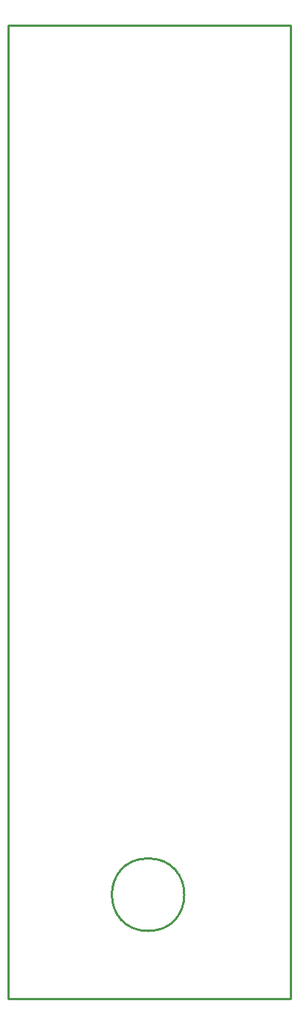
<source format=gko>
G04 Layer: BoardOutlineLayer*
G04 EasyEDA v6.5.34, 2023-10-04 19:43:08*
G04 c11720abcaec4e6590754cbdbbe34226,5a6b42c53f6a479593ecc07194224c93,10*
G04 Gerber Generator version 0.2*
G04 Scale: 100 percent, Rotated: No, Reflected: No *
G04 Dimensions in millimeters *
G04 leading zeros omitted , absolute positions ,4 integer and 5 decimal *
%FSLAX45Y45*%
%MOMM*%

%ADD10C,0.2540*%
D10*
X444500Y11836400D02*
G01*
X3657600Y11836400D01*
X3657600Y762000D01*
X444500Y762000D01*
X444500Y11836400D01*
G75*
G01*
X2038299Y1530401D02*
G02*
X2038299Y2355799I0J412699D01*
G75*
G01*
X2038299Y2355799D02*
G02*
X2038299Y1530401I0J-412699D01*
X2038299Y1530400D02*
G01*
X2038299Y1530400D01*

%LPD*%
M02*

</source>
